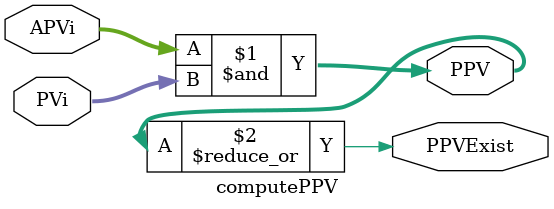
<source format=v>

`include "global.v"

module computePPV (PVi, APVi, PPVExist, PPV);
input [4:0] PVi, APVi;
output [4:0] PPV;
output PPVExist;

assign PPV = APVi & PVi;
assign PPVExist = |PPV;  // unary OR


endmodule
</source>
